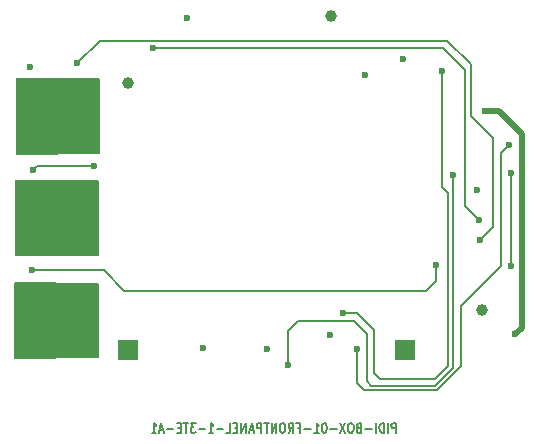
<source format=gbr>
%TF.GenerationSoftware,KiCad,Pcbnew,9.0.6*%
%TF.CreationDate,2025-12-26T20:18:00+00:00*%
%TF.ProjectId,PIDI-BOX-01-FRONTPANEL-1-3TE-A1,50494449-2d42-44f5-982d-30312d46524f,rev?*%
%TF.SameCoordinates,Original*%
%TF.FileFunction,Copper,L4,Bot*%
%TF.FilePolarity,Positive*%
%FSLAX46Y46*%
G04 Gerber Fmt 4.6, Leading zero omitted, Abs format (unit mm)*
G04 Created by KiCad (PCBNEW 9.0.6) date 2025-12-26 20:18:00*
%MOMM*%
%LPD*%
G01*
G04 APERTURE LIST*
%ADD10C,0.150000*%
%TA.AperFunction,NonConductor*%
%ADD11C,0.150000*%
%TD*%
%TA.AperFunction,ComponentPad*%
%ADD12R,1.700000X1.700000*%
%TD*%
%TA.AperFunction,ViaPad*%
%ADD13C,0.600000*%
%TD*%
%TA.AperFunction,ViaPad*%
%ADD14C,1.000000*%
%TD*%
%TA.AperFunction,Conductor*%
%ADD15C,0.200000*%
%TD*%
%TA.AperFunction,Conductor*%
%ADD16C,0.500000*%
%TD*%
G04 APERTURE END LIST*
D10*
D11*
X117946249Y-86432095D02*
X117946249Y-85632095D01*
X117946249Y-85632095D02*
X117679582Y-85632095D01*
X117679582Y-85632095D02*
X117612916Y-85670190D01*
X117612916Y-85670190D02*
X117579582Y-85708285D01*
X117579582Y-85708285D02*
X117546249Y-85784476D01*
X117546249Y-85784476D02*
X117546249Y-85898761D01*
X117546249Y-85898761D02*
X117579582Y-85974952D01*
X117579582Y-85974952D02*
X117612916Y-86013047D01*
X117612916Y-86013047D02*
X117679582Y-86051142D01*
X117679582Y-86051142D02*
X117946249Y-86051142D01*
X117246249Y-86432095D02*
X117246249Y-85632095D01*
X116912916Y-86432095D02*
X116912916Y-85632095D01*
X116912916Y-85632095D02*
X116746249Y-85632095D01*
X116746249Y-85632095D02*
X116646249Y-85670190D01*
X116646249Y-85670190D02*
X116579583Y-85746380D01*
X116579583Y-85746380D02*
X116546249Y-85822571D01*
X116546249Y-85822571D02*
X116512916Y-85974952D01*
X116512916Y-85974952D02*
X116512916Y-86089238D01*
X116512916Y-86089238D02*
X116546249Y-86241619D01*
X116546249Y-86241619D02*
X116579583Y-86317809D01*
X116579583Y-86317809D02*
X116646249Y-86394000D01*
X116646249Y-86394000D02*
X116746249Y-86432095D01*
X116746249Y-86432095D02*
X116912916Y-86432095D01*
X116212916Y-86432095D02*
X116212916Y-85632095D01*
X115879583Y-86127333D02*
X115346250Y-86127333D01*
X114779583Y-86013047D02*
X114679583Y-86051142D01*
X114679583Y-86051142D02*
X114646249Y-86089238D01*
X114646249Y-86089238D02*
X114612916Y-86165428D01*
X114612916Y-86165428D02*
X114612916Y-86279714D01*
X114612916Y-86279714D02*
X114646249Y-86355904D01*
X114646249Y-86355904D02*
X114679583Y-86394000D01*
X114679583Y-86394000D02*
X114746249Y-86432095D01*
X114746249Y-86432095D02*
X115012916Y-86432095D01*
X115012916Y-86432095D02*
X115012916Y-85632095D01*
X115012916Y-85632095D02*
X114779583Y-85632095D01*
X114779583Y-85632095D02*
X114712916Y-85670190D01*
X114712916Y-85670190D02*
X114679583Y-85708285D01*
X114679583Y-85708285D02*
X114646249Y-85784476D01*
X114646249Y-85784476D02*
X114646249Y-85860666D01*
X114646249Y-85860666D02*
X114679583Y-85936857D01*
X114679583Y-85936857D02*
X114712916Y-85974952D01*
X114712916Y-85974952D02*
X114779583Y-86013047D01*
X114779583Y-86013047D02*
X115012916Y-86013047D01*
X114179583Y-85632095D02*
X114046249Y-85632095D01*
X114046249Y-85632095D02*
X113979583Y-85670190D01*
X113979583Y-85670190D02*
X113912916Y-85746380D01*
X113912916Y-85746380D02*
X113879583Y-85898761D01*
X113879583Y-85898761D02*
X113879583Y-86165428D01*
X113879583Y-86165428D02*
X113912916Y-86317809D01*
X113912916Y-86317809D02*
X113979583Y-86394000D01*
X113979583Y-86394000D02*
X114046249Y-86432095D01*
X114046249Y-86432095D02*
X114179583Y-86432095D01*
X114179583Y-86432095D02*
X114246249Y-86394000D01*
X114246249Y-86394000D02*
X114312916Y-86317809D01*
X114312916Y-86317809D02*
X114346249Y-86165428D01*
X114346249Y-86165428D02*
X114346249Y-85898761D01*
X114346249Y-85898761D02*
X114312916Y-85746380D01*
X114312916Y-85746380D02*
X114246249Y-85670190D01*
X114246249Y-85670190D02*
X114179583Y-85632095D01*
X113646250Y-85632095D02*
X113179583Y-86432095D01*
X113179583Y-85632095D02*
X113646250Y-86432095D01*
X112912916Y-86127333D02*
X112379583Y-86127333D01*
X111912916Y-85632095D02*
X111846249Y-85632095D01*
X111846249Y-85632095D02*
X111779582Y-85670190D01*
X111779582Y-85670190D02*
X111746249Y-85708285D01*
X111746249Y-85708285D02*
X111712916Y-85784476D01*
X111712916Y-85784476D02*
X111679582Y-85936857D01*
X111679582Y-85936857D02*
X111679582Y-86127333D01*
X111679582Y-86127333D02*
X111712916Y-86279714D01*
X111712916Y-86279714D02*
X111746249Y-86355904D01*
X111746249Y-86355904D02*
X111779582Y-86394000D01*
X111779582Y-86394000D02*
X111846249Y-86432095D01*
X111846249Y-86432095D02*
X111912916Y-86432095D01*
X111912916Y-86432095D02*
X111979582Y-86394000D01*
X111979582Y-86394000D02*
X112012916Y-86355904D01*
X112012916Y-86355904D02*
X112046249Y-86279714D01*
X112046249Y-86279714D02*
X112079582Y-86127333D01*
X112079582Y-86127333D02*
X112079582Y-85936857D01*
X112079582Y-85936857D02*
X112046249Y-85784476D01*
X112046249Y-85784476D02*
X112012916Y-85708285D01*
X112012916Y-85708285D02*
X111979582Y-85670190D01*
X111979582Y-85670190D02*
X111912916Y-85632095D01*
X111012915Y-86432095D02*
X111412915Y-86432095D01*
X111212915Y-86432095D02*
X111212915Y-85632095D01*
X111212915Y-85632095D02*
X111279582Y-85746380D01*
X111279582Y-85746380D02*
X111346249Y-85822571D01*
X111346249Y-85822571D02*
X111412915Y-85860666D01*
X110712915Y-86127333D02*
X110179582Y-86127333D01*
X109612915Y-86013047D02*
X109846248Y-86013047D01*
X109846248Y-86432095D02*
X109846248Y-85632095D01*
X109846248Y-85632095D02*
X109512915Y-85632095D01*
X108846248Y-86432095D02*
X109079581Y-86051142D01*
X109246248Y-86432095D02*
X109246248Y-85632095D01*
X109246248Y-85632095D02*
X108979581Y-85632095D01*
X108979581Y-85632095D02*
X108912915Y-85670190D01*
X108912915Y-85670190D02*
X108879581Y-85708285D01*
X108879581Y-85708285D02*
X108846248Y-85784476D01*
X108846248Y-85784476D02*
X108846248Y-85898761D01*
X108846248Y-85898761D02*
X108879581Y-85974952D01*
X108879581Y-85974952D02*
X108912915Y-86013047D01*
X108912915Y-86013047D02*
X108979581Y-86051142D01*
X108979581Y-86051142D02*
X109246248Y-86051142D01*
X108412915Y-85632095D02*
X108279581Y-85632095D01*
X108279581Y-85632095D02*
X108212915Y-85670190D01*
X108212915Y-85670190D02*
X108146248Y-85746380D01*
X108146248Y-85746380D02*
X108112915Y-85898761D01*
X108112915Y-85898761D02*
X108112915Y-86165428D01*
X108112915Y-86165428D02*
X108146248Y-86317809D01*
X108146248Y-86317809D02*
X108212915Y-86394000D01*
X108212915Y-86394000D02*
X108279581Y-86432095D01*
X108279581Y-86432095D02*
X108412915Y-86432095D01*
X108412915Y-86432095D02*
X108479581Y-86394000D01*
X108479581Y-86394000D02*
X108546248Y-86317809D01*
X108546248Y-86317809D02*
X108579581Y-86165428D01*
X108579581Y-86165428D02*
X108579581Y-85898761D01*
X108579581Y-85898761D02*
X108546248Y-85746380D01*
X108546248Y-85746380D02*
X108479581Y-85670190D01*
X108479581Y-85670190D02*
X108412915Y-85632095D01*
X107812915Y-86432095D02*
X107812915Y-85632095D01*
X107812915Y-85632095D02*
X107412915Y-86432095D01*
X107412915Y-86432095D02*
X107412915Y-85632095D01*
X107179582Y-85632095D02*
X106779582Y-85632095D01*
X106979582Y-86432095D02*
X106979582Y-85632095D01*
X106546249Y-86432095D02*
X106546249Y-85632095D01*
X106546249Y-85632095D02*
X106279582Y-85632095D01*
X106279582Y-85632095D02*
X106212916Y-85670190D01*
X106212916Y-85670190D02*
X106179582Y-85708285D01*
X106179582Y-85708285D02*
X106146249Y-85784476D01*
X106146249Y-85784476D02*
X106146249Y-85898761D01*
X106146249Y-85898761D02*
X106179582Y-85974952D01*
X106179582Y-85974952D02*
X106212916Y-86013047D01*
X106212916Y-86013047D02*
X106279582Y-86051142D01*
X106279582Y-86051142D02*
X106546249Y-86051142D01*
X105879582Y-86203523D02*
X105546249Y-86203523D01*
X105946249Y-86432095D02*
X105712916Y-85632095D01*
X105712916Y-85632095D02*
X105479582Y-86432095D01*
X105246249Y-86432095D02*
X105246249Y-85632095D01*
X105246249Y-85632095D02*
X104846249Y-86432095D01*
X104846249Y-86432095D02*
X104846249Y-85632095D01*
X104512916Y-86013047D02*
X104279583Y-86013047D01*
X104179583Y-86432095D02*
X104512916Y-86432095D01*
X104512916Y-86432095D02*
X104512916Y-85632095D01*
X104512916Y-85632095D02*
X104179583Y-85632095D01*
X103546250Y-86432095D02*
X103879583Y-86432095D01*
X103879583Y-86432095D02*
X103879583Y-85632095D01*
X103312916Y-86127333D02*
X102779583Y-86127333D01*
X102079582Y-86432095D02*
X102479582Y-86432095D01*
X102279582Y-86432095D02*
X102279582Y-85632095D01*
X102279582Y-85632095D02*
X102346249Y-85746380D01*
X102346249Y-85746380D02*
X102412916Y-85822571D01*
X102412916Y-85822571D02*
X102479582Y-85860666D01*
X101779582Y-86127333D02*
X101246249Y-86127333D01*
X100979582Y-85632095D02*
X100546248Y-85632095D01*
X100546248Y-85632095D02*
X100779582Y-85936857D01*
X100779582Y-85936857D02*
X100679582Y-85936857D01*
X100679582Y-85936857D02*
X100612915Y-85974952D01*
X100612915Y-85974952D02*
X100579582Y-86013047D01*
X100579582Y-86013047D02*
X100546248Y-86089238D01*
X100546248Y-86089238D02*
X100546248Y-86279714D01*
X100546248Y-86279714D02*
X100579582Y-86355904D01*
X100579582Y-86355904D02*
X100612915Y-86394000D01*
X100612915Y-86394000D02*
X100679582Y-86432095D01*
X100679582Y-86432095D02*
X100879582Y-86432095D01*
X100879582Y-86432095D02*
X100946248Y-86394000D01*
X100946248Y-86394000D02*
X100979582Y-86355904D01*
X100346248Y-85632095D02*
X99946248Y-85632095D01*
X100146248Y-86432095D02*
X100146248Y-85632095D01*
X99712915Y-86013047D02*
X99479582Y-86013047D01*
X99379582Y-86432095D02*
X99712915Y-86432095D01*
X99712915Y-86432095D02*
X99712915Y-85632095D01*
X99712915Y-85632095D02*
X99379582Y-85632095D01*
X99079582Y-86127333D02*
X98546249Y-86127333D01*
X98246248Y-86203523D02*
X97912915Y-86203523D01*
X98312915Y-86432095D02*
X98079582Y-85632095D01*
X98079582Y-85632095D02*
X97846248Y-86432095D01*
X97246248Y-86432095D02*
X97646248Y-86432095D01*
X97446248Y-86432095D02*
X97446248Y-85632095D01*
X97446248Y-85632095D02*
X97512915Y-85746380D01*
X97512915Y-85746380D02*
X97579582Y-85822571D01*
X97579582Y-85822571D02*
X97646248Y-85860666D01*
D12*
%TO.P,REF\u002A\u002A,1*%
%TO.N,N/C*%
X95275400Y-79476600D03*
%TD*%
%TO.P,REF\u002A\u002A,1*%
%TO.N,N/C*%
X118745000Y-79476600D03*
%TD*%
D13*
%TO.N,GND*%
X118575000Y-54800000D03*
D14*
X125225000Y-76100000D03*
X95224600Y-56819800D03*
D13*
X101567600Y-79317458D03*
X107035600Y-79372700D03*
X112344200Y-78155800D03*
X86950000Y-55500000D03*
D14*
X112445800Y-51181000D03*
D13*
%TO.N,BUT3G16*%
X121294600Y-72288400D03*
X87096600Y-72694800D03*
%TO.N,/BUT2*%
X86300000Y-70750000D03*
%TO.N,/BUT1*%
X86400000Y-62450000D03*
%TO.N,BUT2G25*%
X87223600Y-64211200D03*
X124950000Y-68450000D03*
X97409000Y-53863800D03*
X92354400Y-63881000D03*
%TO.N,+3.3V*%
X115341400Y-56201471D03*
X100217000Y-51308000D03*
X124815600Y-65930000D03*
%TO.N,BUT1G08*%
X125012500Y-70162500D03*
X90940100Y-55184900D03*
%TO.N,+5V*%
X125500000Y-59250000D03*
X128050000Y-78075000D03*
%TO.N,G9*%
X127660400Y-64465200D03*
X127660400Y-72339200D03*
%TO.N,Net-(U1-C_TR1)*%
X121800000Y-55850000D03*
X113436400Y-76301600D03*
%TO.N,G10*%
X114598350Y-79393950D03*
X127508000Y-62077600D03*
%TO.N,G17*%
X122783600Y-64643000D03*
X108825000Y-80746600D03*
%TO.N,/BUT3*%
X86225000Y-79800000D03*
%TD*%
D15*
%TO.N,BUT3G16*%
X121294600Y-73625000D02*
X121294600Y-72288400D01*
X120472200Y-74447400D02*
X121294600Y-73625000D01*
X94937200Y-74447400D02*
X120472200Y-74447400D01*
X87096600Y-72694800D02*
X93184600Y-72694800D01*
X93184600Y-72694800D02*
X94937200Y-74447400D01*
%TO.N,/BUT1*%
X86400000Y-62450000D02*
X86400000Y-62300000D01*
%TO.N,BUT2G25*%
X97409000Y-53863800D02*
X97424800Y-53848000D01*
X123774200Y-67274200D02*
X124950000Y-68450000D01*
X97424800Y-53848000D02*
X121898000Y-53848000D01*
X121898000Y-53848000D02*
X123774200Y-55724200D01*
X87223600Y-64211200D02*
X87553800Y-63881000D01*
X87553800Y-63881000D02*
X92354400Y-63881000D01*
X123774200Y-55724200D02*
X123774200Y-67274200D01*
%TO.N,BUT1G08*%
X126125000Y-69050000D02*
X125012500Y-70162500D01*
X122250200Y-53263800D02*
X124256800Y-55270400D01*
X124256800Y-59606800D02*
X126125000Y-61475000D01*
X124256800Y-55270400D02*
X124256800Y-59606800D01*
X126125000Y-61475000D02*
X126125000Y-69050000D01*
X90940100Y-55184900D02*
X92861200Y-53263800D01*
X92861200Y-53263800D02*
X122250200Y-53263800D01*
D16*
%TO.N,+5V*%
X128575000Y-61175000D02*
X126650000Y-59250000D01*
X126650000Y-59250000D02*
X125500000Y-59250000D01*
X128050000Y-78075000D02*
X128575000Y-77550000D01*
X128575000Y-77550000D02*
X128575000Y-61175000D01*
D15*
%TO.N,G9*%
X127660400Y-64465200D02*
X127660400Y-64516000D01*
X127660400Y-72339200D02*
X127660400Y-64465200D01*
%TO.N,Net-(U1-C_TR1)*%
X113436400Y-76301600D02*
X114596800Y-76301600D01*
X114596800Y-76301600D02*
X116052600Y-77757400D01*
X116052600Y-81407000D02*
X116560600Y-81915000D01*
X116560600Y-81915000D02*
X121220428Y-81915000D01*
X121220428Y-81915000D02*
X122358200Y-80777228D01*
X122358200Y-66173400D02*
X121800000Y-65615200D01*
X121800000Y-65615200D02*
X121800000Y-55850000D01*
X116052600Y-77757400D02*
X116052600Y-81407000D01*
X122358200Y-80777228D02*
X122358200Y-66173400D01*
%TO.N,G10*%
X114598350Y-79393950D02*
X114604800Y-79400400D01*
X126847600Y-72313800D02*
X126847600Y-62738000D01*
X123444000Y-75717400D02*
X126847600Y-72313800D01*
X114604800Y-82219800D02*
X115239800Y-82854800D01*
X123444000Y-80822800D02*
X123444000Y-75717400D01*
X126847600Y-62738000D02*
X127508000Y-62077600D01*
X121412000Y-82854800D02*
X123444000Y-80822800D01*
X115239800Y-82854800D02*
X121412000Y-82854800D01*
X114604800Y-79400400D02*
X114604800Y-82219800D01*
%TO.N,G17*%
X115855800Y-82454800D02*
X121246314Y-82454800D01*
X122758200Y-80942914D02*
X122758200Y-64668400D01*
X122758200Y-64668400D02*
X122783600Y-64643000D01*
X114393600Y-77012800D02*
X115477750Y-78096950D01*
X121246314Y-82454800D02*
X122758200Y-80942914D01*
X108825000Y-80746600D02*
X108825000Y-77857000D01*
X115477750Y-78096950D02*
X115477750Y-82076750D01*
X115477750Y-82076750D02*
X115855800Y-82454800D01*
X108825000Y-77857000D02*
X109669200Y-77012800D01*
X109669200Y-77012800D02*
X114393600Y-77012800D01*
%TD*%
%TA.AperFunction,Conductor*%
%TO.N,/BUT2*%
G36*
X92688518Y-65078404D02*
G01*
X92755410Y-65098585D01*
X92800773Y-65151726D01*
X92811600Y-65202401D01*
X92811600Y-71352514D01*
X92791915Y-71419553D01*
X92739111Y-71465308D01*
X92688518Y-71476511D01*
X85773718Y-71527732D01*
X85706535Y-71508544D01*
X85660390Y-71456081D01*
X85648800Y-71403735D01*
X85648800Y-65151180D01*
X85668485Y-65084141D01*
X85721289Y-65038386D01*
X85773716Y-65027183D01*
X92688518Y-65078404D01*
G37*
%TD.AperFunction*%
%TD*%
%TA.AperFunction,Conductor*%
%TO.N,/BUT1*%
G36*
X92790413Y-56451061D02*
G01*
X92857305Y-56471242D01*
X92902668Y-56524383D01*
X92913495Y-56575058D01*
X92913495Y-62725171D01*
X92893810Y-62792210D01*
X92841006Y-62837965D01*
X92790413Y-62849168D01*
X85875613Y-62900389D01*
X85808430Y-62881201D01*
X85762285Y-62828738D01*
X85750695Y-62776392D01*
X85750695Y-56523837D01*
X85770380Y-56456798D01*
X85823184Y-56411043D01*
X85875611Y-56399840D01*
X92790413Y-56451061D01*
G37*
%TD.AperFunction*%
%TD*%
%TA.AperFunction,Conductor*%
%TO.N,/BUT3*%
G36*
X92636475Y-73749406D02*
G01*
X92703367Y-73769587D01*
X92748730Y-73822728D01*
X92759557Y-73873403D01*
X92759557Y-80023516D01*
X92739872Y-80090555D01*
X92687068Y-80136310D01*
X92636475Y-80147513D01*
X85721675Y-80198734D01*
X85654492Y-80179546D01*
X85608347Y-80127083D01*
X85596757Y-80074737D01*
X85596757Y-73822182D01*
X85616442Y-73755143D01*
X85669246Y-73709388D01*
X85721673Y-73698185D01*
X92636475Y-73749406D01*
G37*
%TD.AperFunction*%
%TD*%
M02*

</source>
